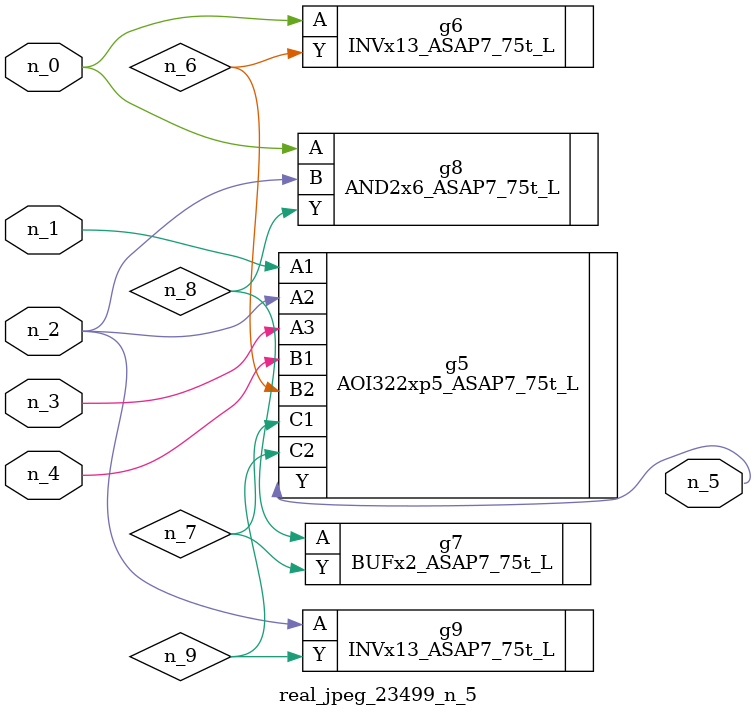
<source format=v>
module real_jpeg_23499_n_5 (n_4, n_0, n_1, n_2, n_3, n_5);

input n_4;
input n_0;
input n_1;
input n_2;
input n_3;

output n_5;

wire n_8;
wire n_6;
wire n_7;
wire n_9;

INVx13_ASAP7_75t_L g6 ( 
.A(n_0),
.Y(n_6)
);

AND2x6_ASAP7_75t_L g8 ( 
.A(n_0),
.B(n_2),
.Y(n_8)
);

AOI322xp5_ASAP7_75t_L g5 ( 
.A1(n_1),
.A2(n_2),
.A3(n_3),
.B1(n_4),
.B2(n_6),
.C1(n_7),
.C2(n_9),
.Y(n_5)
);

INVx13_ASAP7_75t_L g9 ( 
.A(n_2),
.Y(n_9)
);

BUFx2_ASAP7_75t_L g7 ( 
.A(n_8),
.Y(n_7)
);


endmodule
</source>
